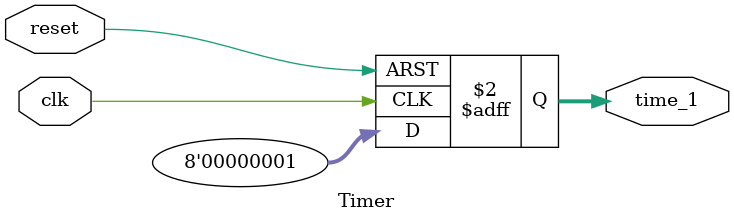
<source format=v>

`timescale 1ns/1ps

module Timer (
  output reg  [7:0]    time_1,
  input  wire          clk,
  input  wire          reset
);


  always @(posedge clk or posedge reset) begin
    if(reset) begin
      time_1 <= 8'h7b;
    end else begin
      time_1 <= 8'h01;
    end
  end


endmodule

</source>
